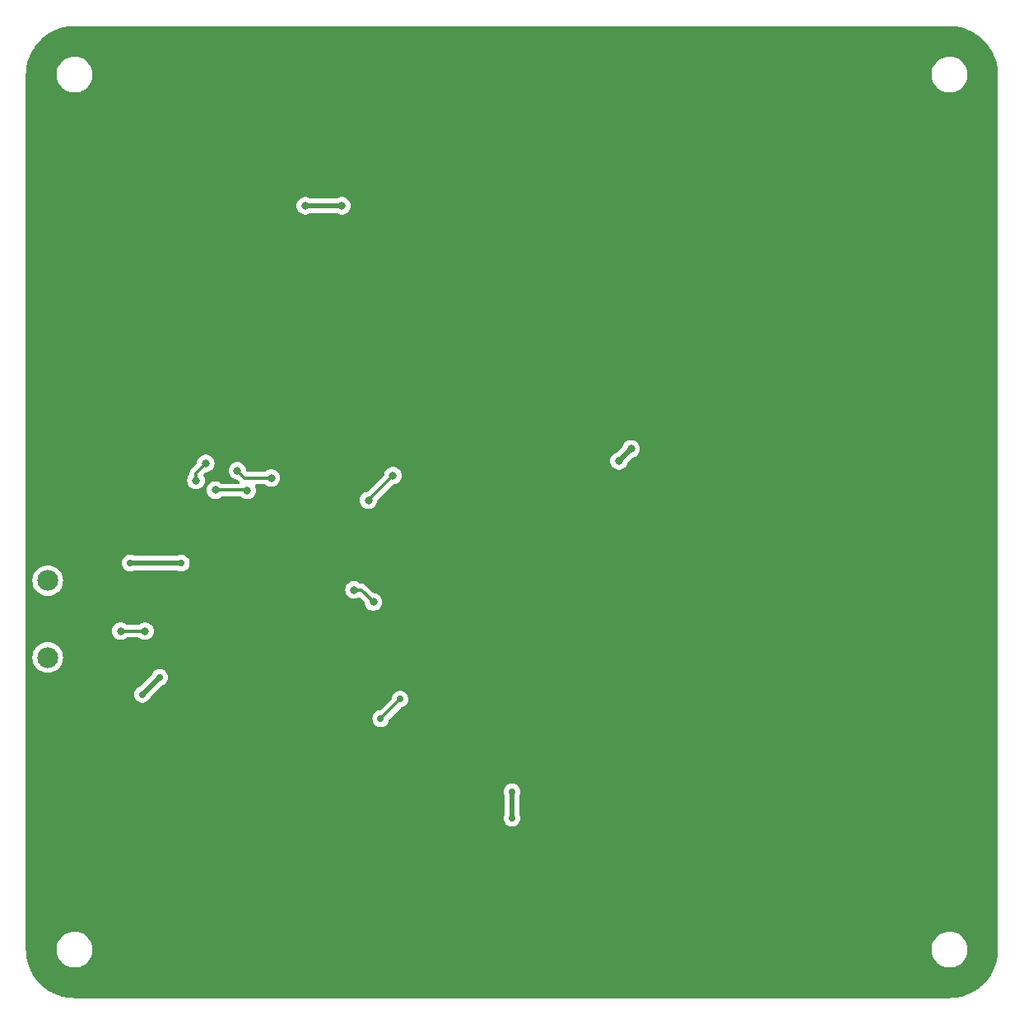
<source format=gbr>
%TF.GenerationSoftware,KiCad,Pcbnew,7.0.9*%
%TF.CreationDate,2023-12-18T12:46:53-05:00*%
%TF.ProjectId,Coaster_KiCard,436f6173-7465-4725-9f4b-69436172642e,rev?*%
%TF.SameCoordinates,Original*%
%TF.FileFunction,Copper,L2,Bot*%
%TF.FilePolarity,Positive*%
%FSLAX46Y46*%
G04 Gerber Fmt 4.6, Leading zero omitted, Abs format (unit mm)*
G04 Created by KiCad (PCBNEW 7.0.9) date 2023-12-18 12:46:53*
%MOMM*%
%LPD*%
G01*
G04 APERTURE LIST*
%TA.AperFunction,ComponentPad*%
%ADD10C,2.145000*%
%TD*%
%TA.AperFunction,ViaPad*%
%ADD11C,0.800000*%
%TD*%
%TA.AperFunction,ViaPad*%
%ADD12C,0.700000*%
%TD*%
%TA.AperFunction,Conductor*%
%ADD13C,0.300000*%
%TD*%
%TA.AperFunction,Conductor*%
%ADD14C,0.500000*%
%TD*%
G04 APERTURE END LIST*
D10*
%TO.P,J3,MH2,MH2*%
%TO.N,unconnected-(J3-PadMH2)*%
X27250000Y-82050000D03*
%TO.P,J3,MH1,MH1*%
%TO.N,unconnected-(J3-PadMH1)*%
X27250000Y-89950000D03*
%TD*%
D11*
%TO.N,+3.3V*%
X34750000Y-87250000D03*
X37250000Y-87250000D03*
D12*
%TO.N,Net-(D1-K)*%
X38750000Y-92000000D03*
X37000000Y-93750000D03*
%TO.N,GND*%
X83000000Y-73000000D03*
X44000000Y-82750000D03*
X79750000Y-121500000D03*
X37000000Y-101750000D03*
D11*
X57000000Y-47500000D03*
X59250000Y-70250000D03*
D12*
X32000000Y-84000000D03*
X34750000Y-97500000D03*
X79750000Y-32000000D03*
D11*
X48000000Y-44750000D03*
D12*
X109250000Y-110750000D03*
D11*
X34750000Y-53500000D03*
D12*
X122500000Y-79000000D03*
X53750000Y-94750000D03*
X45750000Y-110750000D03*
X109250000Y-47000000D03*
D11*
X33250000Y-86500000D03*
D12*
X32500000Y-79250000D03*
X42500000Y-92500000D03*
X81280000Y-67250000D03*
X34750000Y-98750000D03*
X75000000Y-74500000D03*
D11*
X56250000Y-77000000D03*
%TO.N,+3.3V*%
X87250000Y-68500000D03*
X86000000Y-69750000D03*
D12*
X35750000Y-80250000D03*
X41000000Y-80250000D03*
%TO.N,/RESET*%
X61500000Y-96250000D03*
X63500000Y-94250000D03*
D11*
X60750000Y-84250000D03*
X60250000Y-73782393D03*
X62750000Y-71250000D03*
X58750000Y-83000000D03*
%TO.N,/GPIO35*%
X57500000Y-43500000D03*
X53750000Y-43500000D03*
D12*
X75000000Y-106500000D03*
X75000000Y-103750000D03*
D11*
%TO.N,/GPIO0*%
X50250000Y-71500000D03*
X46750000Y-70750000D03*
%TO.N,/GPIO5*%
X43500000Y-70000500D03*
X42500000Y-71750000D03*
%TO.N,/DTR*%
X47779977Y-72779977D03*
X44500000Y-72750000D03*
%TD*%
D13*
%TO.N,+3.3V*%
X34750000Y-87250000D02*
X37250000Y-87250000D01*
D14*
%TO.N,Net-(D1-K)*%
X37000000Y-93750000D02*
X38750000Y-92000000D01*
%TO.N,+3.3V*%
X86000000Y-69750000D02*
X87250000Y-68500000D01*
X35750000Y-80250000D02*
X41000000Y-80250000D01*
D13*
%TO.N,/RESET*%
X61500000Y-96250000D02*
X63500000Y-94250000D01*
X60250000Y-73750000D02*
X62750000Y-71250000D01*
X59500000Y-83000000D02*
X60750000Y-84250000D01*
X58750000Y-83000000D02*
X59500000Y-83000000D01*
X60250000Y-73782393D02*
X60250000Y-73750000D01*
D14*
%TO.N,/GPIO35*%
X57500000Y-43500000D02*
X53750000Y-43500000D01*
X75000000Y-106500000D02*
X75000000Y-103750000D01*
D13*
%TO.N,/GPIO0*%
X50250000Y-71500000D02*
X47500000Y-71500000D01*
X47500000Y-71500000D02*
X46750000Y-70750000D01*
%TO.N,/GPIO5*%
X42500000Y-71000500D02*
X43500000Y-70000500D01*
X42500000Y-71750000D02*
X42500000Y-71000500D01*
%TO.N,/DTR*%
X44500000Y-72750000D02*
X47750000Y-72750000D01*
X47750000Y-72750000D02*
X47779977Y-72779977D01*
%TD*%
%TA.AperFunction,Conductor*%
%TO.N,GND*%
G36*
X120217318Y-25009488D02*
G01*
X120415934Y-25018160D01*
X120420865Y-25018574D01*
X120636792Y-25045489D01*
X120832940Y-25071313D01*
X120837265Y-25071883D01*
X120841894Y-25072671D01*
X121054183Y-25117183D01*
X121252534Y-25161157D01*
X121256778Y-25162257D01*
X121464544Y-25224112D01*
X121658658Y-25285317D01*
X121662530Y-25286680D01*
X121864457Y-25365472D01*
X122052817Y-25443494D01*
X122056252Y-25445045D01*
X122131343Y-25481755D01*
X122250992Y-25540249D01*
X122388629Y-25611897D01*
X122432009Y-25634479D01*
X122435107Y-25636207D01*
X122621382Y-25747202D01*
X122793662Y-25856957D01*
X122796377Y-25858789D01*
X122972918Y-25984837D01*
X123135098Y-26109282D01*
X123137426Y-26111159D01*
X123303055Y-26251439D01*
X123454895Y-26390574D01*
X123609424Y-26545103D01*
X123748555Y-26696938D01*
X123763008Y-26714003D01*
X123888839Y-26862572D01*
X123890716Y-26864900D01*
X124015162Y-27027081D01*
X124141209Y-27203621D01*
X124143040Y-27206335D01*
X124252797Y-27378617D01*
X124363791Y-27564891D01*
X124365525Y-27568000D01*
X124459750Y-27749007D01*
X124525992Y-27884503D01*
X124554953Y-27943744D01*
X124556524Y-27947229D01*
X124634536Y-28135566D01*
X124713309Y-28337445D01*
X124714681Y-28341340D01*
X124775899Y-28535496D01*
X124837735Y-28743200D01*
X124838843Y-28747472D01*
X124882818Y-28945826D01*
X124927326Y-29158101D01*
X124928115Y-29162733D01*
X124954524Y-29363319D01*
X124981422Y-29579114D01*
X124981839Y-29584080D01*
X124990513Y-29782728D01*
X124999500Y-30000000D01*
X124999500Y-120000000D01*
X124990513Y-120217271D01*
X124981839Y-120415918D01*
X124981422Y-120420884D01*
X124954524Y-120636680D01*
X124928115Y-120837265D01*
X124927326Y-120841897D01*
X124882818Y-121054173D01*
X124838843Y-121252526D01*
X124837735Y-121256798D01*
X124775899Y-121464503D01*
X124714681Y-121658658D01*
X124713309Y-121662552D01*
X124634536Y-121864433D01*
X124556524Y-122052769D01*
X124554944Y-122056274D01*
X124459750Y-122250992D01*
X124365525Y-122431998D01*
X124363791Y-122435107D01*
X124252797Y-122621382D01*
X124143040Y-122793663D01*
X124141209Y-122796377D01*
X124015162Y-122972918D01*
X123890716Y-123135099D01*
X123888839Y-123137426D01*
X123748557Y-123303059D01*
X123609426Y-123454895D01*
X123454895Y-123609426D01*
X123303059Y-123748557D01*
X123137426Y-123888839D01*
X123135099Y-123890716D01*
X122972918Y-124015162D01*
X122796377Y-124141209D01*
X122793663Y-124143040D01*
X122621382Y-124252797D01*
X122435107Y-124363791D01*
X122431998Y-124365525D01*
X122250992Y-124459750D01*
X122056274Y-124554944D01*
X122052769Y-124556524D01*
X121864433Y-124634536D01*
X121662552Y-124713309D01*
X121658658Y-124714681D01*
X121464503Y-124775899D01*
X121256798Y-124837735D01*
X121252526Y-124838843D01*
X121054173Y-124882818D01*
X120841897Y-124927326D01*
X120837265Y-124928115D01*
X120636680Y-124954524D01*
X120420884Y-124981422D01*
X120415918Y-124981839D01*
X120217271Y-124990513D01*
X120000000Y-124999500D01*
X30000000Y-124999500D01*
X29782728Y-124990513D01*
X29584080Y-124981839D01*
X29579114Y-124981422D01*
X29363319Y-124954524D01*
X29162733Y-124928115D01*
X29158101Y-124927326D01*
X28945826Y-124882818D01*
X28747472Y-124838843D01*
X28743200Y-124837735D01*
X28535496Y-124775899D01*
X28341340Y-124714681D01*
X28337445Y-124713309D01*
X28135566Y-124634536D01*
X27947229Y-124556524D01*
X27943744Y-124554953D01*
X27884503Y-124525992D01*
X27749007Y-124459750D01*
X27568000Y-124365525D01*
X27564891Y-124363791D01*
X27378617Y-124252797D01*
X27206335Y-124143040D01*
X27203621Y-124141209D01*
X27027081Y-124015162D01*
X26864900Y-123890716D01*
X26862572Y-123888839D01*
X26696940Y-123748557D01*
X26545103Y-123609424D01*
X26390574Y-123454895D01*
X26251439Y-123303055D01*
X26111159Y-123137426D01*
X26109282Y-123135098D01*
X25984837Y-122972918D01*
X25858789Y-122796377D01*
X25856957Y-122793662D01*
X25747202Y-122621382D01*
X25636207Y-122435107D01*
X25634473Y-122431998D01*
X25540249Y-122250992D01*
X25481755Y-122131343D01*
X25445045Y-122056252D01*
X25443494Y-122052817D01*
X25365463Y-121864433D01*
X25286680Y-121662530D01*
X25285317Y-121658658D01*
X25224100Y-121464503D01*
X25213246Y-121428044D01*
X25162257Y-121256778D01*
X25161155Y-121252526D01*
X25146602Y-121186883D01*
X25117175Y-121054145D01*
X25111495Y-121027057D01*
X25072671Y-120841894D01*
X25071883Y-120837265D01*
X25057194Y-120725690D01*
X25045489Y-120636791D01*
X25018574Y-120420865D01*
X25018160Y-120415934D01*
X25009486Y-120217271D01*
X25003303Y-120067763D01*
X28145787Y-120067763D01*
X28175413Y-120337013D01*
X28175415Y-120337024D01*
X28243926Y-120599082D01*
X28243928Y-120599088D01*
X28349870Y-120848390D01*
X28421998Y-120966575D01*
X28490979Y-121079605D01*
X28490986Y-121079615D01*
X28664253Y-121287819D01*
X28664259Y-121287824D01*
X28865998Y-121468582D01*
X29091910Y-121618044D01*
X29337176Y-121733020D01*
X29337183Y-121733022D01*
X29337185Y-121733023D01*
X29596557Y-121811057D01*
X29596564Y-121811058D01*
X29596569Y-121811060D01*
X29864561Y-121850500D01*
X29864566Y-121850500D01*
X30067636Y-121850500D01*
X30119133Y-121846730D01*
X30270156Y-121835677D01*
X30382758Y-121810593D01*
X30534546Y-121776782D01*
X30534548Y-121776781D01*
X30534553Y-121776780D01*
X30787558Y-121680014D01*
X31023777Y-121547441D01*
X31238177Y-121381888D01*
X31426186Y-121186881D01*
X31583799Y-120966579D01*
X31657787Y-120822669D01*
X31707649Y-120725690D01*
X31707651Y-120725684D01*
X31707656Y-120725675D01*
X31795118Y-120469305D01*
X31844319Y-120202933D01*
X31849259Y-120067763D01*
X118145787Y-120067763D01*
X118175413Y-120337013D01*
X118175415Y-120337024D01*
X118243926Y-120599082D01*
X118243928Y-120599088D01*
X118349870Y-120848390D01*
X118421998Y-120966575D01*
X118490979Y-121079605D01*
X118490986Y-121079615D01*
X118664253Y-121287819D01*
X118664259Y-121287824D01*
X118865998Y-121468582D01*
X119091910Y-121618044D01*
X119337176Y-121733020D01*
X119337183Y-121733022D01*
X119337185Y-121733023D01*
X119596557Y-121811057D01*
X119596564Y-121811058D01*
X119596569Y-121811060D01*
X119864561Y-121850500D01*
X119864566Y-121850500D01*
X120067636Y-121850500D01*
X120119133Y-121846730D01*
X120270156Y-121835677D01*
X120382758Y-121810593D01*
X120534546Y-121776782D01*
X120534548Y-121776781D01*
X120534553Y-121776780D01*
X120787558Y-121680014D01*
X121023777Y-121547441D01*
X121238177Y-121381888D01*
X121426186Y-121186881D01*
X121583799Y-120966579D01*
X121657787Y-120822669D01*
X121707649Y-120725690D01*
X121707651Y-120725684D01*
X121707656Y-120725675D01*
X121795118Y-120469305D01*
X121844319Y-120202933D01*
X121854212Y-119932235D01*
X121824586Y-119662982D01*
X121756072Y-119400912D01*
X121650130Y-119151610D01*
X121509018Y-118920390D01*
X121419747Y-118813119D01*
X121335746Y-118712180D01*
X121335740Y-118712175D01*
X121134002Y-118531418D01*
X120908092Y-118381957D01*
X120908090Y-118381956D01*
X120662824Y-118266980D01*
X120662819Y-118266978D01*
X120662814Y-118266976D01*
X120403442Y-118188942D01*
X120403428Y-118188939D01*
X120287791Y-118171921D01*
X120135439Y-118149500D01*
X119932369Y-118149500D01*
X119932364Y-118149500D01*
X119729844Y-118164323D01*
X119729831Y-118164325D01*
X119465453Y-118223217D01*
X119465446Y-118223220D01*
X119212439Y-118319987D01*
X118976226Y-118452557D01*
X118761822Y-118618112D01*
X118573822Y-118813109D01*
X118573816Y-118813116D01*
X118416202Y-119033419D01*
X118416199Y-119033424D01*
X118292350Y-119274309D01*
X118292343Y-119274327D01*
X118204884Y-119530685D01*
X118204881Y-119530699D01*
X118155681Y-119797068D01*
X118155680Y-119797075D01*
X118145787Y-120067763D01*
X31849259Y-120067763D01*
X31854212Y-119932235D01*
X31824586Y-119662982D01*
X31756072Y-119400912D01*
X31650130Y-119151610D01*
X31509018Y-118920390D01*
X31419747Y-118813119D01*
X31335746Y-118712180D01*
X31335740Y-118712175D01*
X31134002Y-118531418D01*
X30908092Y-118381957D01*
X30908090Y-118381956D01*
X30662824Y-118266980D01*
X30662819Y-118266978D01*
X30662814Y-118266976D01*
X30403442Y-118188942D01*
X30403428Y-118188939D01*
X30287791Y-118171921D01*
X30135439Y-118149500D01*
X29932369Y-118149500D01*
X29932364Y-118149500D01*
X29729844Y-118164323D01*
X29729831Y-118164325D01*
X29465453Y-118223217D01*
X29465446Y-118223220D01*
X29212439Y-118319987D01*
X28976226Y-118452557D01*
X28761822Y-118618112D01*
X28573822Y-118813109D01*
X28573816Y-118813116D01*
X28416202Y-119033419D01*
X28416199Y-119033424D01*
X28292350Y-119274309D01*
X28292343Y-119274327D01*
X28204884Y-119530685D01*
X28204881Y-119530699D01*
X28155681Y-119797068D01*
X28155680Y-119797075D01*
X28145787Y-120067763D01*
X25003303Y-120067763D01*
X25000500Y-120000000D01*
X25000500Y-119999500D01*
X25000500Y-114999901D01*
X25000500Y-106500000D01*
X74144815Y-106500000D01*
X74163503Y-106677805D01*
X74163504Y-106677807D01*
X74218747Y-106847829D01*
X74218750Y-106847835D01*
X74308141Y-107002665D01*
X74349812Y-107048946D01*
X74427764Y-107135521D01*
X74427767Y-107135523D01*
X74427770Y-107135526D01*
X74572407Y-107240612D01*
X74735733Y-107313329D01*
X74910609Y-107350500D01*
X74910610Y-107350500D01*
X75089389Y-107350500D01*
X75089391Y-107350500D01*
X75264267Y-107313329D01*
X75427593Y-107240612D01*
X75572230Y-107135526D01*
X75691859Y-107002665D01*
X75781250Y-106847835D01*
X75836497Y-106677803D01*
X75855185Y-106500000D01*
X75836497Y-106322197D01*
X75781250Y-106152165D01*
X75767113Y-106127678D01*
X75750500Y-106065678D01*
X75750500Y-104184320D01*
X75767112Y-104122322D01*
X75781250Y-104097835D01*
X75836497Y-103927803D01*
X75855185Y-103750000D01*
X75836497Y-103572197D01*
X75781250Y-103402165D01*
X75691859Y-103247335D01*
X75645003Y-103195296D01*
X75572235Y-103114478D01*
X75572232Y-103114476D01*
X75572231Y-103114475D01*
X75572230Y-103114474D01*
X75427593Y-103009388D01*
X75264267Y-102936671D01*
X75264265Y-102936670D01*
X75136594Y-102909533D01*
X75089391Y-102899500D01*
X74910609Y-102899500D01*
X74879954Y-102906015D01*
X74735733Y-102936670D01*
X74735728Y-102936672D01*
X74572408Y-103009387D01*
X74427768Y-103114475D01*
X74308140Y-103247336D01*
X74218750Y-103402164D01*
X74218747Y-103402170D01*
X74163504Y-103572192D01*
X74163503Y-103572194D01*
X74144815Y-103750000D01*
X74163503Y-103927805D01*
X74163504Y-103927807D01*
X74218747Y-104097829D01*
X74218748Y-104097830D01*
X74218750Y-104097835D01*
X74232887Y-104122322D01*
X74249500Y-104184320D01*
X74249500Y-106065678D01*
X74232887Y-106127678D01*
X74218750Y-106152163D01*
X74163504Y-106322192D01*
X74163503Y-106322194D01*
X74144815Y-106500000D01*
X25000500Y-106500000D01*
X25000500Y-96250000D01*
X60644815Y-96250000D01*
X60663503Y-96427805D01*
X60663504Y-96427807D01*
X60718747Y-96597829D01*
X60718750Y-96597835D01*
X60808141Y-96752665D01*
X60849812Y-96798946D01*
X60927764Y-96885521D01*
X60927767Y-96885523D01*
X60927770Y-96885526D01*
X61072407Y-96990612D01*
X61235733Y-97063329D01*
X61410609Y-97100500D01*
X61410610Y-97100500D01*
X61589389Y-97100500D01*
X61589391Y-97100500D01*
X61764267Y-97063329D01*
X61927593Y-96990612D01*
X62072230Y-96885526D01*
X62191859Y-96752665D01*
X62281250Y-96597835D01*
X62336497Y-96427803D01*
X62342988Y-96366036D01*
X62369571Y-96301423D01*
X62378619Y-96291325D01*
X63538092Y-95131853D01*
X63599413Y-95098370D01*
X63599477Y-95098356D01*
X63764267Y-95063329D01*
X63927593Y-94990612D01*
X64072230Y-94885526D01*
X64191859Y-94752665D01*
X64281250Y-94597835D01*
X64336497Y-94427803D01*
X64355185Y-94250000D01*
X64336497Y-94072197D01*
X64289581Y-93927805D01*
X64281252Y-93902170D01*
X64281249Y-93902164D01*
X64191859Y-93747335D01*
X64145003Y-93695296D01*
X64072235Y-93614478D01*
X64072232Y-93614476D01*
X64072231Y-93614475D01*
X64072230Y-93614474D01*
X63927593Y-93509388D01*
X63764267Y-93436671D01*
X63764265Y-93436670D01*
X63601952Y-93402170D01*
X63589391Y-93399500D01*
X63410609Y-93399500D01*
X63398048Y-93402170D01*
X63235733Y-93436670D01*
X63235728Y-93436672D01*
X63072408Y-93509387D01*
X62927768Y-93614475D01*
X62808140Y-93747336D01*
X62718750Y-93902164D01*
X62718747Y-93902170D01*
X62663504Y-94072192D01*
X62663503Y-94072194D01*
X62657011Y-94133963D01*
X62630425Y-94198577D01*
X62621371Y-94208681D01*
X61461909Y-95368144D01*
X61400586Y-95401629D01*
X61400009Y-95401753D01*
X61235733Y-95436670D01*
X61235728Y-95436672D01*
X61072408Y-95509387D01*
X60927768Y-95614475D01*
X60808140Y-95747336D01*
X60718750Y-95902164D01*
X60718747Y-95902170D01*
X60663504Y-96072192D01*
X60663503Y-96072194D01*
X60644815Y-96250000D01*
X25000500Y-96250000D01*
X25000500Y-93750000D01*
X36144815Y-93750000D01*
X36163503Y-93927805D01*
X36163504Y-93927807D01*
X36218747Y-94097829D01*
X36218750Y-94097835D01*
X36308141Y-94252665D01*
X36349812Y-94298946D01*
X36427764Y-94385521D01*
X36427767Y-94385523D01*
X36427770Y-94385526D01*
X36572407Y-94490612D01*
X36735733Y-94563329D01*
X36910609Y-94600500D01*
X36910610Y-94600500D01*
X37089389Y-94600500D01*
X37089391Y-94600500D01*
X37264267Y-94563329D01*
X37427593Y-94490612D01*
X37572230Y-94385526D01*
X37691859Y-94252665D01*
X37781250Y-94097835D01*
X37804644Y-94025834D01*
X37834890Y-93976476D01*
X38969178Y-92842188D01*
X39009112Y-92817729D01*
X39008330Y-92815972D01*
X39014265Y-92813329D01*
X39014267Y-92813329D01*
X39177593Y-92740612D01*
X39322230Y-92635526D01*
X39441859Y-92502665D01*
X39531250Y-92347835D01*
X39586497Y-92177803D01*
X39605185Y-92000000D01*
X39586497Y-91822197D01*
X39531250Y-91652165D01*
X39441859Y-91497335D01*
X39395003Y-91445296D01*
X39322235Y-91364478D01*
X39322232Y-91364476D01*
X39322231Y-91364475D01*
X39322230Y-91364474D01*
X39177593Y-91259388D01*
X39014267Y-91186671D01*
X39014265Y-91186670D01*
X38886594Y-91159533D01*
X38839391Y-91149500D01*
X38660609Y-91149500D01*
X38629954Y-91156015D01*
X38485733Y-91186670D01*
X38485728Y-91186672D01*
X38322408Y-91259387D01*
X38177768Y-91364475D01*
X38058140Y-91497336D01*
X37968750Y-91652163D01*
X37968749Y-91652167D01*
X37945354Y-91724165D01*
X37915105Y-91773525D01*
X36780820Y-92907810D01*
X36740894Y-92932289D01*
X36741669Y-92934029D01*
X36735736Y-92936670D01*
X36735733Y-92936671D01*
X36572408Y-93009388D01*
X36572406Y-93009389D01*
X36427768Y-93114475D01*
X36308140Y-93247336D01*
X36218750Y-93402164D01*
X36218747Y-93402170D01*
X36163504Y-93572192D01*
X36163503Y-93572194D01*
X36144815Y-93750000D01*
X25000500Y-93750000D01*
X25000500Y-89950000D01*
X25672136Y-89950000D01*
X25691561Y-90196829D01*
X25749360Y-90437582D01*
X25844112Y-90666335D01*
X25973477Y-90877440D01*
X25973478Y-90877441D01*
X25973479Y-90877443D01*
X25973481Y-90877445D01*
X26134282Y-91065718D01*
X26322555Y-91226519D01*
X26322557Y-91226520D01*
X26322558Y-91226521D01*
X26322559Y-91226522D01*
X26533664Y-91355887D01*
X26554405Y-91364478D01*
X26762413Y-91450638D01*
X27003168Y-91508438D01*
X27250000Y-91527864D01*
X27496832Y-91508438D01*
X27737587Y-91450638D01*
X27966335Y-91355887D01*
X28177445Y-91226519D01*
X28365718Y-91065718D01*
X28526519Y-90877445D01*
X28655887Y-90666335D01*
X28750638Y-90437587D01*
X28808438Y-90196832D01*
X28827864Y-89950000D01*
X28808438Y-89703168D01*
X28750638Y-89462413D01*
X28655887Y-89233665D01*
X28655887Y-89233664D01*
X28526522Y-89022559D01*
X28526521Y-89022558D01*
X28526520Y-89022557D01*
X28526519Y-89022555D01*
X28365718Y-88834282D01*
X28177445Y-88673481D01*
X28177443Y-88673479D01*
X28177441Y-88673478D01*
X28177440Y-88673477D01*
X27966335Y-88544112D01*
X27737582Y-88449360D01*
X27496828Y-88391561D01*
X27496829Y-88391561D01*
X27250000Y-88372136D01*
X27003170Y-88391561D01*
X26762417Y-88449360D01*
X26533664Y-88544112D01*
X26322559Y-88673477D01*
X26322558Y-88673478D01*
X26134282Y-88834282D01*
X25973478Y-89022558D01*
X25973477Y-89022559D01*
X25844112Y-89233664D01*
X25749360Y-89462417D01*
X25691561Y-89703170D01*
X25672136Y-89950000D01*
X25000500Y-89950000D01*
X25000500Y-87250000D01*
X33844540Y-87250000D01*
X33864326Y-87438256D01*
X33864327Y-87438259D01*
X33922818Y-87618277D01*
X33922821Y-87618284D01*
X34017467Y-87782216D01*
X34123971Y-87900500D01*
X34144129Y-87922888D01*
X34297265Y-88034148D01*
X34297270Y-88034151D01*
X34470192Y-88111142D01*
X34470197Y-88111144D01*
X34655354Y-88150500D01*
X34655355Y-88150500D01*
X34844644Y-88150500D01*
X34844646Y-88150500D01*
X35029803Y-88111144D01*
X35202730Y-88034151D01*
X35354090Y-87924182D01*
X35419896Y-87900702D01*
X35426975Y-87900500D01*
X36573025Y-87900500D01*
X36640064Y-87920185D01*
X36645910Y-87924182D01*
X36797265Y-88034148D01*
X36797270Y-88034151D01*
X36970192Y-88111142D01*
X36970197Y-88111144D01*
X37155354Y-88150500D01*
X37155355Y-88150500D01*
X37344644Y-88150500D01*
X37344646Y-88150500D01*
X37529803Y-88111144D01*
X37702730Y-88034151D01*
X37855871Y-87922888D01*
X37982533Y-87782216D01*
X38077179Y-87618284D01*
X38135674Y-87438256D01*
X38155460Y-87250000D01*
X38135674Y-87061744D01*
X38077179Y-86881716D01*
X37982533Y-86717784D01*
X37855871Y-86577112D01*
X37854090Y-86575818D01*
X37702734Y-86465851D01*
X37702729Y-86465848D01*
X37529807Y-86388857D01*
X37529802Y-86388855D01*
X37384001Y-86357865D01*
X37344646Y-86349500D01*
X37155354Y-86349500D01*
X37122897Y-86356398D01*
X36970197Y-86388855D01*
X36970192Y-86388857D01*
X36797270Y-86465848D01*
X36797265Y-86465851D01*
X36645910Y-86575818D01*
X36580104Y-86599298D01*
X36573025Y-86599500D01*
X35426975Y-86599500D01*
X35359936Y-86579815D01*
X35354090Y-86575818D01*
X35202734Y-86465851D01*
X35202729Y-86465848D01*
X35029807Y-86388857D01*
X35029802Y-86388855D01*
X34884001Y-86357865D01*
X34844646Y-86349500D01*
X34655354Y-86349500D01*
X34622897Y-86356398D01*
X34470197Y-86388855D01*
X34470192Y-86388857D01*
X34297270Y-86465848D01*
X34297265Y-86465851D01*
X34144129Y-86577111D01*
X34017466Y-86717785D01*
X33922821Y-86881715D01*
X33922818Y-86881722D01*
X33864327Y-87061740D01*
X33864326Y-87061744D01*
X33844540Y-87250000D01*
X25000500Y-87250000D01*
X25000500Y-82050000D01*
X25672136Y-82050000D01*
X25691561Y-82296829D01*
X25749360Y-82537582D01*
X25844112Y-82766335D01*
X25973477Y-82977440D01*
X25973478Y-82977441D01*
X25973479Y-82977443D01*
X25973481Y-82977445D01*
X26134282Y-83165718D01*
X26322555Y-83326519D01*
X26322557Y-83326520D01*
X26322558Y-83326521D01*
X26322559Y-83326522D01*
X26533664Y-83455887D01*
X26622129Y-83492530D01*
X26762413Y-83550638D01*
X27003168Y-83608438D01*
X27250000Y-83627864D01*
X27496832Y-83608438D01*
X27737587Y-83550638D01*
X27966335Y-83455887D01*
X28177445Y-83326519D01*
X28365718Y-83165718D01*
X28507255Y-83000000D01*
X57844540Y-83000000D01*
X57864326Y-83188256D01*
X57864327Y-83188259D01*
X57922818Y-83368277D01*
X57922821Y-83368284D01*
X58017467Y-83532216D01*
X58057891Y-83577111D01*
X58144129Y-83672888D01*
X58297265Y-83784148D01*
X58297270Y-83784151D01*
X58470192Y-83861142D01*
X58470197Y-83861144D01*
X58655354Y-83900500D01*
X58655355Y-83900500D01*
X58844644Y-83900500D01*
X58844646Y-83900500D01*
X59029803Y-83861144D01*
X59202730Y-83784151D01*
X59210575Y-83778450D01*
X59276381Y-83754971D01*
X59344435Y-83770796D01*
X59371142Y-83791088D01*
X59815191Y-84235137D01*
X59848676Y-84296460D01*
X59850830Y-84309851D01*
X59864326Y-84438256D01*
X59864327Y-84438259D01*
X59922818Y-84618277D01*
X59922821Y-84618284D01*
X60017467Y-84782216D01*
X60144129Y-84922888D01*
X60297265Y-85034148D01*
X60297270Y-85034151D01*
X60470192Y-85111142D01*
X60470197Y-85111144D01*
X60655354Y-85150500D01*
X60655355Y-85150500D01*
X60844644Y-85150500D01*
X60844646Y-85150500D01*
X61029803Y-85111144D01*
X61202730Y-85034151D01*
X61355871Y-84922888D01*
X61482533Y-84782216D01*
X61577179Y-84618284D01*
X61635674Y-84438256D01*
X61655460Y-84250000D01*
X61635674Y-84061744D01*
X61577179Y-83881716D01*
X61482533Y-83717784D01*
X61355871Y-83577112D01*
X61294077Y-83532216D01*
X61202734Y-83465851D01*
X61202729Y-83465848D01*
X61029807Y-83388857D01*
X61029802Y-83388855D01*
X60884001Y-83357865D01*
X60844646Y-83349500D01*
X60844645Y-83349500D01*
X60820808Y-83349500D01*
X60753769Y-83329815D01*
X60733127Y-83313181D01*
X60020434Y-82600488D01*
X60010361Y-82587914D01*
X60010174Y-82588070D01*
X60005201Y-82582059D01*
X59952756Y-82532810D01*
X59931035Y-82511089D01*
X59925240Y-82506594D01*
X59920798Y-82502799D01*
X59885396Y-82469554D01*
X59885388Y-82469548D01*
X59866792Y-82459325D01*
X59850531Y-82448644D01*
X59833763Y-82435637D01*
X59810295Y-82425482D01*
X59789178Y-82416343D01*
X59783956Y-82413786D01*
X59741368Y-82390373D01*
X59741365Y-82390372D01*
X59720801Y-82385092D01*
X59702396Y-82378790D01*
X59682927Y-82370365D01*
X59682921Y-82370363D01*
X59634951Y-82362766D01*
X59629236Y-82361582D01*
X59612772Y-82357355D01*
X59582180Y-82349500D01*
X59582177Y-82349500D01*
X59560955Y-82349500D01*
X59541555Y-82347973D01*
X59520596Y-82344653D01*
X59520595Y-82344653D01*
X59496786Y-82346903D01*
X59472230Y-82349225D01*
X59466392Y-82349500D01*
X59426975Y-82349500D01*
X59359936Y-82329815D01*
X59354090Y-82325818D01*
X59202734Y-82215851D01*
X59202729Y-82215848D01*
X59029807Y-82138857D01*
X59029802Y-82138855D01*
X58884001Y-82107865D01*
X58844646Y-82099500D01*
X58655354Y-82099500D01*
X58622897Y-82106398D01*
X58470197Y-82138855D01*
X58470192Y-82138857D01*
X58297270Y-82215848D01*
X58297265Y-82215851D01*
X58144129Y-82327111D01*
X58017466Y-82467785D01*
X57922821Y-82631715D01*
X57922818Y-82631722D01*
X57879080Y-82766335D01*
X57864326Y-82811744D01*
X57844540Y-83000000D01*
X28507255Y-83000000D01*
X28526519Y-82977445D01*
X28655887Y-82766335D01*
X28750638Y-82537587D01*
X28808438Y-82296832D01*
X28827864Y-82050000D01*
X28808438Y-81803168D01*
X28750638Y-81562413D01*
X28655887Y-81333665D01*
X28655887Y-81333664D01*
X28526522Y-81122559D01*
X28526521Y-81122558D01*
X28526520Y-81122557D01*
X28526519Y-81122555D01*
X28365718Y-80934282D01*
X28177445Y-80773481D01*
X28177443Y-80773479D01*
X28177441Y-80773478D01*
X28177440Y-80773477D01*
X27966335Y-80644112D01*
X27737582Y-80549360D01*
X27496828Y-80491561D01*
X27496829Y-80491561D01*
X27250000Y-80472136D01*
X27003170Y-80491561D01*
X26762417Y-80549360D01*
X26533664Y-80644112D01*
X26322559Y-80773477D01*
X26322558Y-80773478D01*
X26134282Y-80934282D01*
X25973478Y-81122558D01*
X25973477Y-81122559D01*
X25844112Y-81333664D01*
X25749360Y-81562417D01*
X25691561Y-81803170D01*
X25672136Y-82050000D01*
X25000500Y-82050000D01*
X25000500Y-80250000D01*
X34894815Y-80250000D01*
X34913503Y-80427805D01*
X34913504Y-80427807D01*
X34968747Y-80597829D01*
X34968750Y-80597835D01*
X35058141Y-80752665D01*
X35076884Y-80773481D01*
X35177764Y-80885521D01*
X35177767Y-80885523D01*
X35177770Y-80885526D01*
X35322407Y-80990612D01*
X35485733Y-81063329D01*
X35660609Y-81100500D01*
X35660610Y-81100500D01*
X35839389Y-81100500D01*
X35839391Y-81100500D01*
X36014267Y-81063329D01*
X36131306Y-81011219D01*
X36181741Y-81000500D01*
X40568259Y-81000500D01*
X40618693Y-81011219D01*
X40735733Y-81063329D01*
X40910609Y-81100500D01*
X40910610Y-81100500D01*
X41089389Y-81100500D01*
X41089391Y-81100500D01*
X41264267Y-81063329D01*
X41427593Y-80990612D01*
X41572230Y-80885526D01*
X41691859Y-80752665D01*
X41781250Y-80597835D01*
X41836497Y-80427803D01*
X41855185Y-80250000D01*
X41836497Y-80072197D01*
X41781250Y-79902165D01*
X41691859Y-79747335D01*
X41645003Y-79695296D01*
X41572235Y-79614478D01*
X41572232Y-79614476D01*
X41572231Y-79614475D01*
X41572230Y-79614474D01*
X41427593Y-79509388D01*
X41264267Y-79436671D01*
X41264265Y-79436670D01*
X41136594Y-79409533D01*
X41089391Y-79399500D01*
X40910609Y-79399500D01*
X40879954Y-79406015D01*
X40735733Y-79436670D01*
X40618694Y-79488780D01*
X40568259Y-79499500D01*
X36181741Y-79499500D01*
X36131306Y-79488780D01*
X36014267Y-79436671D01*
X36014265Y-79436670D01*
X35886594Y-79409533D01*
X35839391Y-79399500D01*
X35660609Y-79399500D01*
X35629954Y-79406015D01*
X35485733Y-79436670D01*
X35485728Y-79436672D01*
X35322408Y-79509387D01*
X35177768Y-79614475D01*
X35058140Y-79747336D01*
X34968750Y-79902164D01*
X34968747Y-79902170D01*
X34913504Y-80072192D01*
X34913503Y-80072194D01*
X34894815Y-80250000D01*
X25000500Y-80250000D01*
X25000500Y-73782393D01*
X59344540Y-73782393D01*
X59364326Y-73970649D01*
X59364327Y-73970652D01*
X59422818Y-74150670D01*
X59422821Y-74150677D01*
X59517467Y-74314609D01*
X59644129Y-74455281D01*
X59797265Y-74566541D01*
X59797270Y-74566544D01*
X59970192Y-74643535D01*
X59970197Y-74643537D01*
X60155354Y-74682893D01*
X60155355Y-74682893D01*
X60344644Y-74682893D01*
X60344646Y-74682893D01*
X60529803Y-74643537D01*
X60702730Y-74566544D01*
X60855871Y-74455281D01*
X60982533Y-74314609D01*
X61077179Y-74150677D01*
X61135674Y-73970649D01*
X61152973Y-73806047D01*
X61179556Y-73741437D01*
X61188603Y-73731341D01*
X62733127Y-72186819D01*
X62794450Y-72153334D01*
X62820808Y-72150500D01*
X62844644Y-72150500D01*
X62844646Y-72150500D01*
X63029803Y-72111144D01*
X63202730Y-72034151D01*
X63355871Y-71922888D01*
X63482533Y-71782216D01*
X63577179Y-71618284D01*
X63635674Y-71438256D01*
X63655460Y-71250000D01*
X63635674Y-71061744D01*
X63577179Y-70881716D01*
X63482533Y-70717784D01*
X63355871Y-70577112D01*
X63353329Y-70575265D01*
X63202734Y-70465851D01*
X63202729Y-70465848D01*
X63029807Y-70388857D01*
X63029802Y-70388855D01*
X62884001Y-70357865D01*
X62844646Y-70349500D01*
X62655354Y-70349500D01*
X62622897Y-70356398D01*
X62470197Y-70388855D01*
X62470192Y-70388857D01*
X62297270Y-70465848D01*
X62297265Y-70465851D01*
X62144129Y-70577111D01*
X62017466Y-70717785D01*
X61922821Y-70881715D01*
X61922818Y-70881722D01*
X61864327Y-71061739D01*
X61864326Y-71061741D01*
X61850831Y-71190142D01*
X61824246Y-71254757D01*
X61815191Y-71264861D01*
X60234238Y-72845815D01*
X60172915Y-72879300D01*
X60159531Y-72881453D01*
X60155361Y-72881891D01*
X59970197Y-72921248D01*
X59970192Y-72921250D01*
X59797270Y-72998241D01*
X59797265Y-72998244D01*
X59644129Y-73109504D01*
X59517466Y-73250178D01*
X59422821Y-73414108D01*
X59422818Y-73414115D01*
X59364327Y-73594133D01*
X59364326Y-73594137D01*
X59344540Y-73782393D01*
X25000500Y-73782393D01*
X25000500Y-72750000D01*
X43594540Y-72750000D01*
X43614326Y-72938256D01*
X43614327Y-72938259D01*
X43672818Y-73118277D01*
X43672821Y-73118284D01*
X43767467Y-73282216D01*
X43873971Y-73400500D01*
X43894129Y-73422888D01*
X44047265Y-73534148D01*
X44047270Y-73534151D01*
X44220192Y-73611142D01*
X44220197Y-73611144D01*
X44405354Y-73650500D01*
X44405355Y-73650500D01*
X44594644Y-73650500D01*
X44594646Y-73650500D01*
X44779803Y-73611144D01*
X44952730Y-73534151D01*
X45104090Y-73424182D01*
X45169896Y-73400702D01*
X45176975Y-73400500D01*
X47071748Y-73400500D01*
X47138787Y-73420185D01*
X47163897Y-73441527D01*
X47174105Y-73452864D01*
X47174112Y-73452870D01*
X47327242Y-73564125D01*
X47327247Y-73564128D01*
X47500169Y-73641119D01*
X47500174Y-73641121D01*
X47685331Y-73680477D01*
X47685332Y-73680477D01*
X47874621Y-73680477D01*
X47874623Y-73680477D01*
X48059780Y-73641121D01*
X48232707Y-73564128D01*
X48385848Y-73452865D01*
X48512510Y-73312193D01*
X48607156Y-73148261D01*
X48665651Y-72968233D01*
X48685437Y-72779977D01*
X48665651Y-72591721D01*
X48611089Y-72423800D01*
X48607158Y-72411699D01*
X48607157Y-72411698D01*
X48607156Y-72411693D01*
X48563742Y-72336498D01*
X48547270Y-72268600D01*
X48570123Y-72202573D01*
X48625044Y-72159382D01*
X48671130Y-72150500D01*
X49573025Y-72150500D01*
X49640064Y-72170185D01*
X49645910Y-72174182D01*
X49797265Y-72284148D01*
X49797270Y-72284151D01*
X49970192Y-72361142D01*
X49970197Y-72361144D01*
X50155354Y-72400500D01*
X50155355Y-72400500D01*
X50344644Y-72400500D01*
X50344646Y-72400500D01*
X50529803Y-72361144D01*
X50702730Y-72284151D01*
X50855871Y-72172888D01*
X50982533Y-72032216D01*
X51077179Y-71868284D01*
X51135674Y-71688256D01*
X51155460Y-71500000D01*
X51135674Y-71311744D01*
X51077179Y-71131716D01*
X50982533Y-70967784D01*
X50855871Y-70827112D01*
X50815941Y-70798101D01*
X50702734Y-70715851D01*
X50702729Y-70715848D01*
X50529807Y-70638857D01*
X50529802Y-70638855D01*
X50384001Y-70607865D01*
X50344646Y-70599500D01*
X50155354Y-70599500D01*
X50122897Y-70606398D01*
X49970197Y-70638855D01*
X49970192Y-70638857D01*
X49797270Y-70715848D01*
X49797265Y-70715851D01*
X49645910Y-70825818D01*
X49580104Y-70849298D01*
X49573025Y-70849500D01*
X47820808Y-70849500D01*
X47753769Y-70829815D01*
X47733127Y-70813181D01*
X47684808Y-70764862D01*
X47651323Y-70703539D01*
X47649168Y-70690141D01*
X47647407Y-70673388D01*
X47635674Y-70561744D01*
X47577179Y-70381716D01*
X47482533Y-70217784D01*
X47355871Y-70077112D01*
X47355870Y-70077111D01*
X47202734Y-69965851D01*
X47202729Y-69965848D01*
X47029807Y-69888857D01*
X47029802Y-69888855D01*
X46884001Y-69857865D01*
X46844646Y-69849500D01*
X46655354Y-69849500D01*
X46622897Y-69856398D01*
X46470197Y-69888855D01*
X46470192Y-69888857D01*
X46297270Y-69965848D01*
X46297265Y-69965851D01*
X46144129Y-70077111D01*
X46017466Y-70217785D01*
X45922821Y-70381715D01*
X45922818Y-70381722D01*
X45868875Y-70547744D01*
X45864326Y-70561744D01*
X45844540Y-70750000D01*
X45864326Y-70938256D01*
X45866292Y-70944309D01*
X45922818Y-71118277D01*
X45922821Y-71118284D01*
X46017467Y-71282216D01*
X46107063Y-71381722D01*
X46144129Y-71422888D01*
X46297265Y-71534148D01*
X46297270Y-71534151D01*
X46470192Y-71611142D01*
X46470197Y-71611144D01*
X46655354Y-71650500D01*
X46679192Y-71650500D01*
X46746231Y-71670185D01*
X46766873Y-71686819D01*
X46967873Y-71887819D01*
X47001358Y-71949142D01*
X46996374Y-72018834D01*
X46954502Y-72074767D01*
X46889038Y-72099184D01*
X46880192Y-72099500D01*
X45176975Y-72099500D01*
X45109936Y-72079815D01*
X45104090Y-72075818D01*
X44952734Y-71965851D01*
X44952729Y-71965848D01*
X44779807Y-71888857D01*
X44779802Y-71888855D01*
X44634001Y-71857865D01*
X44594646Y-71849500D01*
X44405354Y-71849500D01*
X44372897Y-71856398D01*
X44220197Y-71888855D01*
X44220192Y-71888857D01*
X44047270Y-71965848D01*
X44047265Y-71965851D01*
X43894129Y-72077111D01*
X43767466Y-72217785D01*
X43672821Y-72381715D01*
X43672818Y-72381722D01*
X43614327Y-72561740D01*
X43614326Y-72561744D01*
X43594540Y-72750000D01*
X25000500Y-72750000D01*
X25000500Y-71750000D01*
X41594540Y-71750000D01*
X41614326Y-71938256D01*
X41614327Y-71938259D01*
X41672818Y-72118277D01*
X41672821Y-72118284D01*
X41767467Y-72282216D01*
X41857063Y-72381722D01*
X41894129Y-72422888D01*
X42047265Y-72534148D01*
X42047270Y-72534151D01*
X42220192Y-72611142D01*
X42220197Y-72611144D01*
X42405354Y-72650500D01*
X42405355Y-72650500D01*
X42594644Y-72650500D01*
X42594646Y-72650500D01*
X42779803Y-72611144D01*
X42952730Y-72534151D01*
X43105871Y-72422888D01*
X43232533Y-72282216D01*
X43327179Y-72118284D01*
X43385674Y-71938256D01*
X43405460Y-71750000D01*
X43385674Y-71561744D01*
X43327179Y-71381716D01*
X43269172Y-71281246D01*
X43252700Y-71213347D01*
X43275553Y-71147320D01*
X43288879Y-71131566D01*
X43483127Y-70937319D01*
X43544450Y-70903834D01*
X43570808Y-70901000D01*
X43594644Y-70901000D01*
X43594646Y-70901000D01*
X43779803Y-70861644D01*
X43952730Y-70784651D01*
X44105871Y-70673388D01*
X44232533Y-70532716D01*
X44327179Y-70368784D01*
X44385674Y-70188756D01*
X44405460Y-70000500D01*
X44385674Y-69812244D01*
X44365450Y-69750000D01*
X85094540Y-69750000D01*
X85114326Y-69938256D01*
X85114327Y-69938259D01*
X85172818Y-70118277D01*
X85172821Y-70118284D01*
X85267467Y-70282216D01*
X85363487Y-70388857D01*
X85394129Y-70422888D01*
X85547265Y-70534148D01*
X85547270Y-70534151D01*
X85720192Y-70611142D01*
X85720197Y-70611144D01*
X85905354Y-70650500D01*
X85905355Y-70650500D01*
X86094644Y-70650500D01*
X86094646Y-70650500D01*
X86279803Y-70611144D01*
X86452730Y-70534151D01*
X86605871Y-70422888D01*
X86732533Y-70282216D01*
X86827179Y-70118284D01*
X86882522Y-69947955D01*
X86912769Y-69898597D01*
X87402771Y-69408595D01*
X87464092Y-69375112D01*
X87464448Y-69375034D01*
X87529803Y-69361144D01*
X87702730Y-69284151D01*
X87855871Y-69172888D01*
X87982533Y-69032216D01*
X88077179Y-68868284D01*
X88135674Y-68688256D01*
X88155460Y-68500000D01*
X88135674Y-68311744D01*
X88077179Y-68131716D01*
X87982533Y-67967784D01*
X87855871Y-67827112D01*
X87855870Y-67827111D01*
X87702734Y-67715851D01*
X87702729Y-67715848D01*
X87529807Y-67638857D01*
X87529802Y-67638855D01*
X87384001Y-67607865D01*
X87344646Y-67599500D01*
X87155354Y-67599500D01*
X87122897Y-67606398D01*
X86970197Y-67638855D01*
X86970192Y-67638857D01*
X86797270Y-67715848D01*
X86797265Y-67715851D01*
X86644129Y-67827111D01*
X86517466Y-67967785D01*
X86422821Y-68131715D01*
X86422819Y-68131719D01*
X86367478Y-68302041D01*
X86337228Y-68351403D01*
X85847229Y-68841402D01*
X85785906Y-68874887D01*
X85785330Y-68875011D01*
X85720196Y-68888856D01*
X85720192Y-68888857D01*
X85547270Y-68965848D01*
X85547265Y-68965851D01*
X85394129Y-69077111D01*
X85267466Y-69217785D01*
X85172821Y-69381715D01*
X85172818Y-69381722D01*
X85114327Y-69561740D01*
X85114326Y-69561744D01*
X85094540Y-69750000D01*
X44365450Y-69750000D01*
X44327179Y-69632216D01*
X44232533Y-69468284D01*
X44105871Y-69327612D01*
X44105870Y-69327611D01*
X43952734Y-69216351D01*
X43952729Y-69216348D01*
X43779807Y-69139357D01*
X43779802Y-69139355D01*
X43634001Y-69108365D01*
X43594646Y-69100000D01*
X43405354Y-69100000D01*
X43372897Y-69106898D01*
X43220197Y-69139355D01*
X43220192Y-69139357D01*
X43047270Y-69216348D01*
X43047265Y-69216351D01*
X42894129Y-69327611D01*
X42767466Y-69468285D01*
X42672821Y-69632215D01*
X42672818Y-69632222D01*
X42614327Y-69812239D01*
X42614326Y-69812241D01*
X42600831Y-69940642D01*
X42574246Y-70005257D01*
X42565191Y-70015361D01*
X42100483Y-70480069D01*
X42087910Y-70490143D01*
X42088065Y-70490330D01*
X42082059Y-70495298D01*
X42057434Y-70521521D01*
X42032809Y-70547744D01*
X42021949Y-70558604D01*
X42011088Y-70569465D01*
X42011078Y-70569477D01*
X42006587Y-70575265D01*
X42002801Y-70579697D01*
X41969552Y-70615106D01*
X41959322Y-70633713D01*
X41948646Y-70649964D01*
X41935640Y-70666732D01*
X41935636Y-70666738D01*
X41916348Y-70711311D01*
X41913777Y-70716558D01*
X41890372Y-70759130D01*
X41890372Y-70759131D01*
X41885091Y-70779699D01*
X41878791Y-70798101D01*
X41870364Y-70817573D01*
X41862766Y-70865547D01*
X41861581Y-70871270D01*
X41849500Y-70918318D01*
X41849500Y-70939544D01*
X41847973Y-70958944D01*
X41844653Y-70979903D01*
X41849225Y-71028267D01*
X41849500Y-71034106D01*
X41849500Y-71079078D01*
X41829815Y-71146117D01*
X41817650Y-71162050D01*
X41767466Y-71217785D01*
X41672821Y-71381715D01*
X41672818Y-71381722D01*
X41614327Y-71561740D01*
X41614326Y-71561744D01*
X41594540Y-71750000D01*
X25000500Y-71750000D01*
X25000500Y-46999901D01*
X25000500Y-43500000D01*
X52844540Y-43500000D01*
X52864326Y-43688256D01*
X52864327Y-43688259D01*
X52922818Y-43868277D01*
X52922821Y-43868284D01*
X53017467Y-44032216D01*
X53144129Y-44172888D01*
X53297265Y-44284148D01*
X53297270Y-44284151D01*
X53470192Y-44361142D01*
X53470197Y-44361144D01*
X53655354Y-44400500D01*
X53655355Y-44400500D01*
X53844644Y-44400500D01*
X53844646Y-44400500D01*
X54029803Y-44361144D01*
X54202730Y-44284151D01*
X54204776Y-44282664D01*
X54216452Y-44274182D01*
X54282258Y-44250702D01*
X54289337Y-44250500D01*
X56960663Y-44250500D01*
X57027702Y-44270185D01*
X57033548Y-44274182D01*
X57047265Y-44284148D01*
X57047270Y-44284151D01*
X57220192Y-44361142D01*
X57220197Y-44361144D01*
X57405354Y-44400500D01*
X57405355Y-44400500D01*
X57594644Y-44400500D01*
X57594646Y-44400500D01*
X57779803Y-44361144D01*
X57952730Y-44284151D01*
X58105871Y-44172888D01*
X58232533Y-44032216D01*
X58327179Y-43868284D01*
X58385674Y-43688256D01*
X58405460Y-43500000D01*
X58385674Y-43311744D01*
X58327179Y-43131716D01*
X58232533Y-42967784D01*
X58105871Y-42827112D01*
X58105870Y-42827111D01*
X57952734Y-42715851D01*
X57952729Y-42715848D01*
X57779807Y-42638857D01*
X57779802Y-42638855D01*
X57634001Y-42607865D01*
X57594646Y-42599500D01*
X57405354Y-42599500D01*
X57372897Y-42606398D01*
X57220197Y-42638855D01*
X57220192Y-42638857D01*
X57047270Y-42715848D01*
X57047265Y-42715851D01*
X57033548Y-42725818D01*
X56967742Y-42749298D01*
X56960663Y-42749500D01*
X54289337Y-42749500D01*
X54222298Y-42729815D01*
X54216452Y-42725818D01*
X54202734Y-42715851D01*
X54202729Y-42715848D01*
X54029807Y-42638857D01*
X54029802Y-42638855D01*
X53884001Y-42607865D01*
X53844646Y-42599500D01*
X53655354Y-42599500D01*
X53622897Y-42606398D01*
X53470197Y-42638855D01*
X53470192Y-42638857D01*
X53297270Y-42715848D01*
X53297265Y-42715851D01*
X53144129Y-42827111D01*
X53017466Y-42967785D01*
X52922821Y-43131715D01*
X52922818Y-43131722D01*
X52864327Y-43311740D01*
X52864326Y-43311744D01*
X52844540Y-43500000D01*
X25000500Y-43500000D01*
X25000500Y-30067763D01*
X28145787Y-30067763D01*
X28175413Y-30337013D01*
X28175415Y-30337024D01*
X28243926Y-30599082D01*
X28243928Y-30599088D01*
X28349870Y-30848390D01*
X28421998Y-30966575D01*
X28490979Y-31079605D01*
X28490986Y-31079615D01*
X28664253Y-31287819D01*
X28664259Y-31287824D01*
X28865998Y-31468582D01*
X29091910Y-31618044D01*
X29337176Y-31733020D01*
X29337183Y-31733022D01*
X29337185Y-31733023D01*
X29596557Y-31811057D01*
X29596564Y-31811058D01*
X29596569Y-31811060D01*
X29864561Y-31850500D01*
X29864566Y-31850500D01*
X30067636Y-31850500D01*
X30119133Y-31846730D01*
X30270156Y-31835677D01*
X30382758Y-31810593D01*
X30534546Y-31776782D01*
X30534548Y-31776781D01*
X30534553Y-31776780D01*
X30787558Y-31680014D01*
X31023777Y-31547441D01*
X31238177Y-31381888D01*
X31426186Y-31186881D01*
X31583799Y-30966579D01*
X31657787Y-30822669D01*
X31707649Y-30725690D01*
X31707651Y-30725684D01*
X31707656Y-30725675D01*
X31795118Y-30469305D01*
X31844319Y-30202933D01*
X31849259Y-30067763D01*
X118145787Y-30067763D01*
X118175413Y-30337013D01*
X118175415Y-30337024D01*
X118243926Y-30599082D01*
X118243928Y-30599088D01*
X118349870Y-30848390D01*
X118421998Y-30966575D01*
X118490979Y-31079605D01*
X118490986Y-31079615D01*
X118664253Y-31287819D01*
X118664259Y-31287824D01*
X118865998Y-31468582D01*
X119091910Y-31618044D01*
X119337176Y-31733020D01*
X119337183Y-31733022D01*
X119337185Y-31733023D01*
X119596557Y-31811057D01*
X119596564Y-31811058D01*
X119596569Y-31811060D01*
X119864561Y-31850500D01*
X119864566Y-31850500D01*
X120067636Y-31850500D01*
X120119133Y-31846730D01*
X120270156Y-31835677D01*
X120382758Y-31810593D01*
X120534546Y-31776782D01*
X120534548Y-31776781D01*
X120534553Y-31776780D01*
X120787558Y-31680014D01*
X121023777Y-31547441D01*
X121238177Y-31381888D01*
X121426186Y-31186881D01*
X121583799Y-30966579D01*
X121657787Y-30822669D01*
X121707649Y-30725690D01*
X121707651Y-30725684D01*
X121707656Y-30725675D01*
X121795118Y-30469305D01*
X121844319Y-30202933D01*
X121854212Y-29932235D01*
X121824586Y-29662982D01*
X121756072Y-29400912D01*
X121650130Y-29151610D01*
X121509018Y-28920390D01*
X121419747Y-28813119D01*
X121335746Y-28712180D01*
X121335740Y-28712175D01*
X121134002Y-28531418D01*
X120908092Y-28381957D01*
X120821448Y-28341340D01*
X120662824Y-28266980D01*
X120662819Y-28266978D01*
X120662814Y-28266976D01*
X120403442Y-28188942D01*
X120403428Y-28188939D01*
X120287791Y-28171921D01*
X120135439Y-28149500D01*
X119932369Y-28149500D01*
X119932364Y-28149500D01*
X119729844Y-28164323D01*
X119729831Y-28164325D01*
X119465453Y-28223217D01*
X119465446Y-28223220D01*
X119212439Y-28319987D01*
X118976226Y-28452557D01*
X118761822Y-28618112D01*
X118573822Y-28813109D01*
X118573816Y-28813116D01*
X118416202Y-29033419D01*
X118416199Y-29033424D01*
X118292350Y-29274309D01*
X118292343Y-29274327D01*
X118204884Y-29530685D01*
X118204881Y-29530699D01*
X118195938Y-29579115D01*
X118156400Y-29793178D01*
X118155681Y-29797068D01*
X118155680Y-29797075D01*
X118145787Y-30067763D01*
X31849259Y-30067763D01*
X31854212Y-29932235D01*
X31824586Y-29662982D01*
X31756072Y-29400912D01*
X31650130Y-29151610D01*
X31509018Y-28920390D01*
X31419747Y-28813119D01*
X31335746Y-28712180D01*
X31335740Y-28712175D01*
X31134002Y-28531418D01*
X30908092Y-28381957D01*
X30821448Y-28341340D01*
X30662824Y-28266980D01*
X30662819Y-28266978D01*
X30662814Y-28266976D01*
X30403442Y-28188942D01*
X30403428Y-28188939D01*
X30287791Y-28171921D01*
X30135439Y-28149500D01*
X29932369Y-28149500D01*
X29932364Y-28149500D01*
X29729844Y-28164323D01*
X29729831Y-28164325D01*
X29465453Y-28223217D01*
X29465446Y-28223220D01*
X29212439Y-28319987D01*
X28976226Y-28452557D01*
X28761822Y-28618112D01*
X28573822Y-28813109D01*
X28573816Y-28813116D01*
X28416202Y-29033419D01*
X28416199Y-29033424D01*
X28292350Y-29274309D01*
X28292343Y-29274327D01*
X28204884Y-29530685D01*
X28204881Y-29530699D01*
X28195938Y-29579115D01*
X28156400Y-29793178D01*
X28155681Y-29797068D01*
X28155680Y-29797075D01*
X28145787Y-30067763D01*
X25000500Y-30067763D01*
X25000500Y-30000000D01*
X25009493Y-29782569D01*
X25018160Y-29584061D01*
X25018574Y-29579138D01*
X25045487Y-29363223D01*
X25071884Y-29162726D01*
X25072669Y-29158114D01*
X25117191Y-28945778D01*
X25161160Y-28747451D01*
X25162253Y-28743235D01*
X25224112Y-28535457D01*
X25285324Y-28341320D01*
X25286673Y-28337488D01*
X25365469Y-28135551D01*
X25443499Y-27947170D01*
X25445033Y-27943771D01*
X25514381Y-27801920D01*
X25540249Y-27749007D01*
X25573419Y-27685284D01*
X25634494Y-27567960D01*
X25636207Y-27564891D01*
X25747211Y-27378601D01*
X25856972Y-27206313D01*
X25858765Y-27203656D01*
X25984856Y-27027054D01*
X26109313Y-26864861D01*
X26111135Y-26862601D01*
X26251448Y-26696933D01*
X26390563Y-26545115D01*
X26545115Y-26390563D01*
X26696933Y-26251448D01*
X26862601Y-26111135D01*
X26864861Y-26109313D01*
X27027054Y-25984856D01*
X27203656Y-25858765D01*
X27206313Y-25856972D01*
X27378601Y-25747211D01*
X27564900Y-25636201D01*
X27567960Y-25634494D01*
X27685284Y-25573419D01*
X27749007Y-25540249D01*
X27823655Y-25503755D01*
X27943771Y-25445033D01*
X27947170Y-25443499D01*
X28135551Y-25365469D01*
X28337488Y-25286673D01*
X28341320Y-25285324D01*
X28535457Y-25224112D01*
X28743235Y-25162253D01*
X28747451Y-25161160D01*
X28945778Y-25117191D01*
X29158114Y-25072669D01*
X29162726Y-25071884D01*
X29363223Y-25045487D01*
X29579138Y-25018574D01*
X29584061Y-25018160D01*
X29782569Y-25009493D01*
X30000000Y-25000500D01*
X30000500Y-25000500D01*
X63999901Y-25000500D01*
X119999500Y-25000500D01*
X120000000Y-25000500D01*
X120217318Y-25009488D01*
G37*
%TD.AperFunction*%
%TD*%
M02*

</source>
